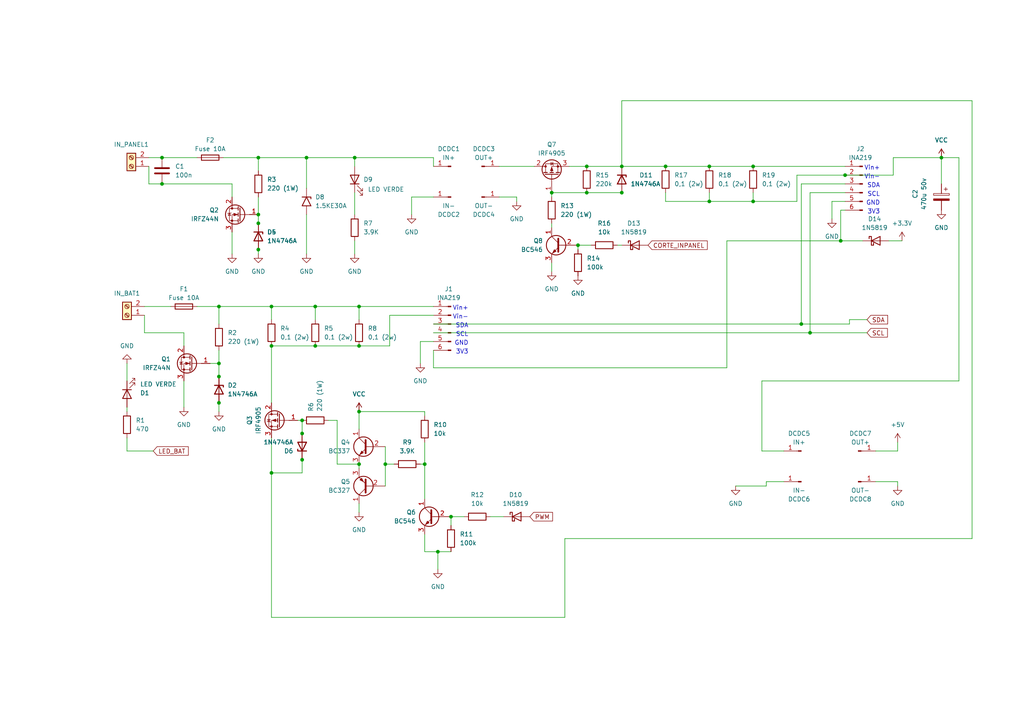
<source format=kicad_sch>
(kicad_sch (version 20230121) (generator eeschema)
  (paper "A4")
  (lib_symbols
    (symbol "Connector:Conn_01x01_Pin" (pin_names (offset 1.016) hide)
      (property "Reference" "J" (at 0 2.54 0))
      (property "Value" "Conn_01x01_Pin" (at 0 -2.54 0))
      (symbol "Conn_01x01_Pin_1_1"
        (polyline (pts (xy 1.27 0) (xy 0.8636 0)) (stroke (width 0.1524)))
        (rectangle (start 0.8636 0.127) (end 0 -0.127) (stroke (width 0.1524)) (fill (type outline)))
        (pin passive line (at 5.08 0 180) (length 3.81) (name "Pin_1") (number "1"))
      )
    )
    (symbol "Connector:Conn_01x06_Pin" (pin_names (offset 1.016) hide)
      (property "Reference" "J" (at 0 7.62 0))
      (property "Value" "Conn_01x06_Pin" (at 0 -10.16 0))
      (symbol "Conn_01x06_Pin_1_1"
        (polyline (pts (xy 1.27 -7.62) (xy 0.8636 -7.62)) (stroke (width 0.1524)))
        (polyline (pts (xy 1.27 -5.08) (xy 0.8636 -5.08)) (stroke (width 0.1524)))
        (polyline (pts (xy 1.27 -2.54) (xy 0.8636 -2.54)) (stroke (width 0.1524)))
        (polyline (pts (xy 1.27 0) (xy 0.8636 0)) (stroke (width 0.1524)))
        (polyline (pts (xy 1.27 2.54) (xy 0.8636 2.54)) (stroke (width 0.1524)))
        (polyline (pts (xy 1.27 5.08) (xy 0.8636 5.08)) (stroke (width 0.1524)))
        (rectangle (start 0.8636 -7.493) (end 0 -7.747) (stroke (width 0.1524)) (fill (type outline)))
        (rectangle (start 0.8636 -4.953) (end 0 -5.207) (stroke (width 0.1524)) (fill (type outline)))
        (rectangle (start 0.8636 -2.413) (end 0 -2.667) (stroke (width 0.1524)) (fill (type outline)))
        (rectangle (start 0.8636 0.127) (end 0 -0.127) (stroke (width 0.1524)) (fill (type outline)))
        (rectangle (start 0.8636 2.667) (end 0 2.413) (stroke (width 0.1524)) (fill (type outline)))
        (rectangle (start 0.8636 5.207) (end 0 4.953) (stroke (width 0.1524)) (fill (type outline)))
        (pin passive line (at 5.08 5.08 180) (length 3.81) (name "Pin_1") (number "1"))
        (pin passive line (at 5.08 2.54 180) (length 3.81) (name "Pin_2") (number "2"))
        (pin passive line (at 5.08 0 180) (length 3.81) (name "Pin_3") (number "3"))
        (pin passive line (at 5.08 -2.54 180) (length 3.81) (name "Pin_4") (number "4"))
        (pin passive line (at 5.08 -5.08 180) (length 3.81) (name "Pin_5") (number "5"))
        (pin passive line (at 5.08 -7.62 180) (length 3.81) (name "Pin_6") (number "6"))
      )
    )
    (symbol "Connector:Screw_Terminal_01x02" (pin_names (offset 1.016) hide)
      (property "Reference" "J" (at 0 2.54 0))
      (property "Value" "Screw_Terminal_01x02" (at 0 -5.08 0))
      (symbol "Screw_Terminal_01x02_1_1"
        (rectangle (start -1.27 1.27) (end 1.27 -3.81) (stroke (width 0.254)) (fill (type background)))
        (circle (center 0 -2.54) (radius 0.635) (stroke (width 0.1524)))
        (polyline (pts (xy -0.5334 -2.2098) (xy 0.3302 -3.048)) (stroke (width 0.1524)))
        (polyline (pts (xy -0.5334 0.3302) (xy 0.3302 -0.508)) (stroke (width 0.1524)))
        (polyline (pts (xy -0.3556 -2.032) (xy 0.508 -2.8702)) (stroke (width 0.1524)))
        (polyline (pts (xy -0.3556 0.508) (xy 0.508 -0.3302)) (stroke (width 0.1524)))
        (circle (center 0 0) (radius 0.635) (stroke (width 0.1524)))
        (pin passive line (at -5.08 0 0) (length 3.81) (name "Pin_1") (number "1"))
        (pin passive line (at -5.08 -2.54 0) (length 3.81) (name "Pin_2") (number "2"))
      )
    )
    (symbol "Device:C" (pin_numbers hide) (pin_names (offset 0.254))
      (property "Reference" "C" (at 0.635 2.54 0))
      (property "Value" "C" (at 0.635 -2.54 0))
      (symbol "C_0_1"
        (polyline (pts (xy -2.032 -0.762) (xy 2.032 -0.762)) (stroke (width 0.508)))
        (polyline (pts (xy -2.032 0.762) (xy 2.032 0.762)) (stroke (width 0.508)))
      )
      (symbol "C_1_1"
        (pin passive line (at 0 3.81 270) (length 2.794) (name "~") (number "1"))
        (pin passive line (at 0 -3.81 90) (length 2.794) (name "~") (number "2"))
      )
    )
    (symbol "Device:C_Polarized" (pin_numbers hide) (pin_names (offset 0.254))
      (property "Reference" "C" (at 0.635 2.54 0))
      (property "Value" "C_Polarized" (at 0.635 -2.54 0))
      (symbol "C_Polarized_0_1"
        (rectangle (start -2.286 0.508) (end 2.286 1.016))
        (polyline (pts (xy -1.778 2.286) (xy -0.762 2.286)))
        (polyline (pts (xy -1.27 2.794) (xy -1.27 1.778)))
        (rectangle (start 2.286 -0.508) (end -2.286 -1.016) (fill (type outline)))
      )
      (symbol "C_Polarized_1_1"
        (pin passive line (at 0 3.81 270) (length 2.794) (name "~") (number "1"))
        (pin passive line (at 0 -3.81 90) (length 2.794) (name "~") (number "2"))
      )
    )
    (symbol "Device:Fuse" (pin_numbers hide) (pin_names (offset 0))
      (property "Reference" "F" (at 2.032 0 90))
      (property "Value" "Fuse" (at -1.905 0 90))
      (symbol "Fuse_0_1"
        (rectangle (start -0.762 -2.54) (end 0.762 2.54) (stroke (width 0.254)))
        (polyline (pts (xy 0 2.54) (xy 0 -2.54)))
      )
      (symbol "Fuse_1_1"
        (pin passive line (at 0 3.81 270) (length 1.27) (name "~") (number "1"))
        (pin passive line (at 0 -3.81 90) (length 1.27) (name "~") (number "2"))
      )
    )
    (symbol "Device:LED" (pin_numbers hide) (pin_names (offset 1.016) hide)
      (property "Reference" "D" (at 0 2.54 0))
      (property "Value" "LED" (at 0 -2.54 0))
      (symbol "LED_0_1"
        (polyline (pts (xy -1.27 -1.27) (xy -1.27 1.27)) (stroke (width 0.254)))
        (polyline (pts (xy -1.27 0) (xy 1.27 0)))
        (polyline (pts (xy 1.27 -1.27) (xy 1.27 1.27) (xy -1.27 0) (xy 1.27 -1.27)) (stroke (width 0.254)))
        (polyline (pts (xy -3.048 -0.762) (xy -4.572 -2.286) (xy -3.81 -2.286) (xy -4.572 -2.286) (xy -4.572 -1.524)))
        (polyline (pts (xy -1.778 -0.762) (xy -3.302 -2.286) (xy -2.54 -2.286) (xy -3.302 -2.286) (xy -3.302 -1.524)))
      )
      (symbol "LED_1_1"
        (pin passive line (at -3.81 0 0) (length 2.54) (name "K") (number "1"))
        (pin passive line (at 3.81 0 180) (length 2.54) (name "A") (number "2"))
      )
    )
    (symbol "Device:R" (pin_numbers hide) (pin_names (offset 0))
      (property "Reference" "R" (at 2.032 0 90))
      (property "Value" "R" (at 0 0 90))
      (symbol "R_0_1"
        (rectangle (start -1.016 -2.54) (end 1.016 2.54) (stroke (width 0.254)))
      )
      (symbol "R_1_1"
        (pin passive line (at 0 3.81 270) (length 1.27) (name "~") (number "1"))
        (pin passive line (at 0 -3.81 90) (length 1.27) (name "~") (number "2"))
      )
    )
    (symbol "Diode:1.5KExxA" (pin_numbers hide) (pin_names (offset 1.016) hide)
      (property "Reference" "D" (at 0 2.54 0))
      (property "Value" "1.5KExxA" (at 0 -2.54 0))
      (symbol "1.5KExxA_0_1"
        (polyline (pts (xy -0.762 1.27) (xy -1.27 1.27) (xy -1.27 -1.27)) (stroke (width 0.254)))
        (polyline (pts (xy 1.27 1.27) (xy 1.27 -1.27) (xy -1.27 0) (xy 1.27 1.27)) (stroke (width 0.254)))
      )
      (symbol "1.5KExxA_1_1"
        (pin passive line (at -3.81 0 0) (length 2.54) (name "A1") (number "1"))
        (pin passive line (at 3.81 0 180) (length 2.54) (name "A2") (number "2"))
      )
    )
    (symbol "Diode:1N47xxA" (pin_numbers hide) (pin_names hide)
      (property "Reference" "D" (at 0 2.54 0))
      (property "Value" "1N47xxA" (at 0 -2.54 0))
      (symbol "1N47xxA_0_1"
        (polyline (pts (xy 1.27 0) (xy -1.27 0)))
        (polyline (pts (xy -1.27 -1.27) (xy -1.27 1.27) (xy -0.762 1.27)) (stroke (width 0.254)))
        (polyline (pts (xy 1.27 -1.27) (xy 1.27 1.27) (xy -1.27 0) (xy 1.27 -1.27)) (stroke (width 0.254)))
      )
      (symbol "1N47xxA_1_1"
        (pin passive line (at -3.81 0 0) (length 2.54) (name "K") (number "1"))
        (pin passive line (at 3.81 0 180) (length 2.54) (name "A") (number "2"))
      )
    )
    (symbol "Diode:1N5819" (pin_numbers hide) (pin_names (offset 1.016) hide)
      (property "Reference" "D" (at 0 2.54 0))
      (property "Value" "1N5819" (at 0 -2.54 0))
      (symbol "1N5819_0_1"
        (polyline (pts (xy 1.27 0) (xy -1.27 0)))
        (polyline (pts (xy 1.27 1.27) (xy 1.27 -1.27) (xy -1.27 0) (xy 1.27 1.27)) (stroke (width 0.254)))
        (polyline (pts (xy -1.905 0.635) (xy -1.905 1.27) (xy -1.27 1.27) (xy -1.27 -1.27) (xy -0.635 -1.27) (xy -0.635 -0.635)) (stroke (width 0.254)))
      )
      (symbol "1N5819_1_1"
        (pin passive line (at -3.81 0 0) (length 2.54) (name "K") (number "1"))
        (pin passive line (at 3.81 0 180) (length 2.54) (name "A") (number "2"))
      )
    )
    (symbol "Transistor_BJT:BC327" (pin_names (offset 0) hide)
      (property "Reference" "Q" (at 5.08 1.905 0))
      (property "Value" "BC327" (at 5.08 0 0))
      (symbol "BC327_0_1"
        (polyline (pts (xy 0.635 0.635) (xy 2.54 2.54)))
        (polyline (pts (xy 0.635 -0.635) (xy 2.54 -2.54) (xy 2.54 -2.54)))
        (polyline (pts (xy 0.635 1.905) (xy 0.635 -1.905) (xy 0.635 -1.905)) (stroke (width 0.508)))
        (polyline (pts (xy 2.286 -1.778) (xy 1.778 -2.286) (xy 1.27 -1.27) (xy 2.286 -1.778) (xy 2.286 -1.778)) (fill (type outline)))
        (circle (center 1.27 0) (radius 2.8194) (stroke (width 0.254)))
      )
      (symbol "BC327_1_1"
        (pin passive line (at 2.54 5.08 270) (length 2.54) (name "C") (number "1"))
        (pin input line (at -5.08 0 0) (length 5.715) (name "B") (number "2"))
        (pin passive line (at 2.54 -5.08 90) (length 2.54) (name "E") (number "3"))
      )
    )
    (symbol "Transistor_BJT:BC337" (pin_names (offset 0) hide)
      (property "Reference" "Q" (at 5.08 1.905 0))
      (property "Value" "BC337" (at 5.08 0 0))
      (symbol "BC337_0_1"
        (polyline (pts (xy 0 0) (xy 0.635 0)))
        (polyline (pts (xy 0.635 0.635) (xy 2.54 2.54)))
        (polyline (pts (xy 0.635 -0.635) (xy 2.54 -2.54) (xy 2.54 -2.54)))
        (polyline (pts (xy 0.635 1.905) (xy 0.635 -1.905) (xy 0.635 -1.905)) (stroke (width 0.508)))
        (polyline (pts (xy 1.27 -1.778) (xy 1.778 -1.27) (xy 2.286 -2.286) (xy 1.27 -1.778) (xy 1.27 -1.778)) (fill (type outline)))
        (circle (center 1.27 0) (radius 2.8194) (stroke (width 0.254)))
      )
      (symbol "BC337_1_1"
        (pin passive line (at 2.54 5.08 270) (length 2.54) (name "C") (number "1"))
        (pin input line (at -5.08 0 0) (length 5.08) (name "B") (number "2"))
        (pin passive line (at 2.54 -5.08 90) (length 2.54) (name "E") (number "3"))
      )
    )
    (symbol "Transistor_BJT:BC546" (pin_names (offset 0) hide)
      (property "Reference" "Q" (at 5.08 1.905 0))
      (property "Value" "BC546" (at 5.08 0 0))
      (symbol "BC546_0_1"
        (polyline (pts (xy 0 0) (xy 0.635 0)))
        (polyline (pts (xy 0.635 0.635) (xy 2.54 2.54)))
        (polyline (pts (xy 0.635 -0.635) (xy 2.54 -2.54) (xy 2.54 -2.54)))
        (polyline (pts (xy 0.635 1.905) (xy 0.635 -1.905) (xy 0.635 -1.905)) (stroke (width 0.508)))
        (polyline (pts (xy 1.27 -1.778) (xy 1.778 -1.27) (xy 2.286 -2.286) (xy 1.27 -1.778) (xy 1.27 -1.778)) (fill (type outline)))
        (circle (center 1.27 0) (radius 2.8194) (stroke (width 0.254)))
      )
      (symbol "BC546_1_1"
        (pin passive line (at 2.54 5.08 270) (length 2.54) (name "C") (number "1"))
        (pin input line (at -5.08 0 0) (length 5.08) (name "B") (number "2"))
        (pin passive line (at 2.54 -5.08 90) (length 2.54) (name "E") (number "3"))
      )
    )
    (symbol "Transistor_FET:IRF4905" (pin_names hide)
      (property "Reference" "Q" (at 5.08 1.905 0))
      (property "Value" "IRF4905" (at 5.08 0 0))
      (symbol "IRF4905_0_1"
        (polyline (pts (xy 0.254 0) (xy -2.54 0)))
        (polyline (pts (xy 0.254 1.905) (xy 0.254 -1.905)) (stroke (width 0.254)))
        (polyline (pts (xy 0.762 -1.27) (xy 0.762 -2.286)) (stroke (width 0.254)))
        (polyline (pts (xy 0.762 0.508) (xy 0.762 -0.508)) (stroke (width 0.254)))
        (polyline (pts (xy 0.762 2.286) (xy 0.762 1.27)) (stroke (width 0.254)))
        (polyline (pts (xy 2.54 2.54) (xy 2.54 1.778)))
        (polyline (pts (xy 2.54 -2.54) (xy 2.54 0) (xy 0.762 0)))
        (polyline (pts (xy 0.762 1.778) (xy 3.302 1.778) (xy 3.302 -1.778) (xy 0.762 -1.778)))
        (polyline (pts (xy 2.286 0) (xy 1.27 0.381) (xy 1.27 -0.381) (xy 2.286 0)) (fill (type outline)))
        (polyline (pts (xy 2.794 -0.508) (xy 2.921 -0.381) (xy 3.683 -0.381) (xy 3.81 -0.254)))
        (polyline (pts (xy 3.302 -0.381) (xy 2.921 0.254) (xy 3.683 0.254) (xy 3.302 -0.381)))
        (circle (center 1.651 0) (radius 2.794) (stroke (width 0.254)))
        (circle (center 2.54 -1.778) (radius 0.254) (fill (type outline)))
        (circle (center 2.54 1.778) (radius 0.254) (fill (type outline)))
      )
      (symbol "IRF4905_1_1"
        (pin input line (at -5.08 0 0) (length 2.54) (name "G") (number "1"))
        (pin passive line (at 2.54 5.08 270) (length 2.54) (name "D") (number "2"))
        (pin passive line (at 2.54 -5.08 90) (length 2.54) (name "S") (number "3"))
      )
    )
    (symbol "Transistor_FET:IRLIZ44N" (pin_names hide)
      (property "Reference" "Q" (at 6.35 1.905 0))
      (property "Value" "IRLIZ44N" (at 6.35 0 0))
      (symbol "IRLIZ44N_0_1"
        (polyline (pts (xy 0.254 0) (xy -2.54 0)))
        (polyline (pts (xy 0.254 1.905) (xy 0.254 -1.905)) (stroke (width 0.254)))
        (polyline (pts (xy 0.762 -1.27) (xy 0.762 -2.286)) (stroke (width 0.254)))
        (polyline (pts (xy 0.762 0.508) (xy 0.762 -0.508)) (stroke (width 0.254)))
        (polyline (pts (xy 0.762 2.286) (xy 0.762 1.27)) (stroke (width 0.254)))
        (polyline (pts (xy 2.54 2.54) (xy 2.54 1.778)))
        (polyline (pts (xy 2.54 -2.54) (xy 2.54 0) (xy 0.762 0)))
        (polyline (pts (xy 0.762 -1.778) (xy 3.302 -1.778) (xy 3.302 1.778) (xy 0.762 1.778)))
        (polyline (pts (xy 1.016 0) (xy 2.032 0.381) (xy 2.032 -0.381) (xy 1.016 0)) (fill (type outline)))
        (polyline (pts (xy 2.794 0.508) (xy 2.921 0.381) (xy 3.683 0.381) (xy 3.81 0.254)))
        (polyline (pts (xy 3.302 0.381) (xy 2.921 -0.254) (xy 3.683 -0.254) (xy 3.302 0.381)))
        (circle (center 1.651 0) (radius 2.794) (stroke (width 0.254)))
        (circle (center 2.54 -1.778) (radius 0.254) (fill (type outline)))
        (circle (center 2.54 1.778) (radius 0.254) (fill (type outline)))
      )
      (symbol "IRLIZ44N_1_1"
        (pin input line (at -5.08 0 0) (length 2.54) (name "G") (number "1"))
        (pin passive line (at 2.54 5.08 270) (length 2.54) (name "D") (number "2"))
        (pin passive line (at 2.54 -5.08 90) (length 2.54) (name "S") (number "3"))
      )
    )
    (symbol "power:+3.3V" (power) (pin_names (offset 0))
      (property "Value" "+3.3V" (at 0 3.556 0))
      (symbol "+3.3V_0_1"
        (polyline (pts (xy -0.762 1.27) (xy 0 2.54)))
        (polyline (pts (xy 0 0) (xy 0 2.54)))
        (polyline (pts (xy 0 2.54) (xy 0.762 1.27)))
      )
      (symbol "+3.3V_1_1"
        (pin power_in line (at 0 0 90) (length 0) hide (name "+3.3V") (number "1"))
      )
    )
    (symbol "power:+5V" (power) (pin_names (offset 0))
      (property "Value" "+5V" (at 0 3.556 0))
      (symbol "+5V_0_1"
        (polyline (pts (xy -0.762 1.27) (xy 0 2.54)))
        (polyline (pts (xy 0 0) (xy 0 2.54)))
        (polyline (pts (xy 0 2.54) (xy 0.762 1.27)))
      )
      (symbol "+5V_1_1"
        (pin power_in line (at 0 0 90) (length 0) hide (name "+5V") (number "1"))
      )
    )
    (symbol "power:GND" (power) (pin_names (offset 0))
      (property "Value" "GND" (at 0 -3.81 0))
      (symbol "GND_0_1"
        (polyline (pts (xy 0 0) (xy 0 -1.27) (xy 1.27 -1.27) (xy 0 -2.54) (xy -1.27 -1.27) (xy 0 -1.27)))
      )
      (symbol "GND_1_1"
        (pin power_in line (at 0 0 270) (length 0) hide (name "GND") (number "1"))
      )
    )
    (symbol "power:VCC" (power) (pin_names (offset 0))
      (property "Value" "VCC" (at 0 3.81 0))
      (symbol "VCC_0_1"
        (polyline (pts (xy -0.762 1.27) (xy 0 2.54)))
        (polyline (pts (xy 0 0) (xy 0 2.54)))
        (polyline (pts (xy 0 2.54) (xy 0.762 1.27)))
      )
      (symbol "VCC_1_1"
        (pin power_in line (at 0 0 90) (length 0) hide (name "VCC") (number "1"))
      )
    )
  )
  (junction (at 104.14 119.38))
  (junction (at 87.63 121.92))
  (junction (at 74.93 64.77))
  (junction (at 160.02 55.88))
  (junction (at 180.34 55.88))
  (junction (at 234.95 96.52))
  (junction (at 245.11 50.8))
  (junction (at 205.74 58.42))
  (junction (at 205.74 48.26))
  (junction (at 63.5 109.22))
  (junction (at 130.81 149.86))
  (junction (at 87.63 125.73))
  (junction (at 91.44 88.9))
  (junction (at 63.5 88.9))
  (junction (at 87.63 133.35))
  (junction (at 74.93 45.72))
  (junction (at 78.74 88.9))
  (junction (at 243.84 69.85))
  (junction (at 104.14 88.9))
  (junction (at 170.18 55.88))
  (junction (at 63.5 116.84))
  (junction (at 170.18 48.26))
  (junction (at 102.87 45.72))
  (junction (at 74.93 62.23))
  (junction (at 232.41 93.98))
  (junction (at 74.93 72.39))
  (junction (at 88.9 45.72))
  (junction (at 104.14 134.62))
  (junction (at 91.44 100.33))
  (junction (at 218.44 58.42))
  (junction (at 111.76 134.62))
  (junction (at 127 160.02))
  (junction (at 273.05 45.72))
  (junction (at 104.14 100.33))
  (junction (at 218.44 48.26))
  (junction (at 123.19 134.62))
  (junction (at 193.04 48.26))
  (junction (at 46.99 45.72))
  (junction (at 167.64 71.12))
  (junction (at 46.99 53.34))
  (junction (at 78.74 100.33))
  (junction (at 180.34 48.26))
  (junction (at 63.5 105.41))
  (junction (at 78.74 137.16))
  (wire (pts (xy 170.18 48.26) (xy 180.34 48.26)))
  (wire (pts (xy 97.79 134.62) (xy 104.14 134.62)))
  (wire (pts (xy 41.91 96.52) (xy 53.34 96.52)))
  (wire (pts (xy 87.63 125.73) (xy 87.63 121.92)))
  (wire (pts (xy 254 130.81) (xy 260.35 130.81)))
  (wire (pts (xy 78.74 137.16) (xy 78.74 179.07)))
  (wire (pts (xy 245.11 60.96) (xy 243.84 60.96)))
  (wire (pts (xy 60.96 105.41) (xy 63.5 105.41)))
  (wire (pts (xy 67.31 53.34) (xy 67.31 57.15)))
  (wire (pts (xy 113.03 91.44) (xy 113.03 100.33)))
  (wire (pts (xy 163.83 156.21) (xy 163.83 179.07)))
  (wire (pts (xy 210.82 69.85) (xy 243.84 69.85)))
  (wire (pts (xy 218.44 48.26) (xy 245.11 48.26)))
  (wire (pts (xy 104.14 119.38) (xy 104.14 124.46)))
  (wire (pts (xy 125.73 96.52) (xy 234.95 96.52)))
  (wire (pts (xy 102.87 45.72) (xy 102.87 48.26)))
  (wire (pts (xy 231.14 50.8) (xy 231.14 58.42)))
  (wire (pts (xy 227.33 139.7) (xy 222.25 139.7)))
  (wire (pts (xy 125.73 106.68) (xy 210.82 106.68)))
  (wire (pts (xy 273.05 45.72) (xy 273.05 53.34)))
  (wire (pts (xy 78.74 137.16) (xy 87.63 137.16)))
  (wire (pts (xy 36.83 110.49) (xy 36.83 105.41)))
  (wire (pts (xy 180.34 29.21) (xy 281.94 29.21)))
  (wire (pts (xy 144.78 48.26) (xy 154.94 48.26)))
  (wire (pts (xy 88.9 45.72) (xy 102.87 45.72)))
  (wire (pts (xy 130.81 149.86) (xy 134.62 149.86)))
  (wire (pts (xy 41.91 91.44) (xy 41.91 96.52)))
  (wire (pts (xy 104.14 100.33) (xy 113.03 100.33)))
  (wire (pts (xy 64.77 45.72) (xy 74.93 45.72)))
  (wire (pts (xy 281.94 29.21) (xy 281.94 156.21)))
  (wire (pts (xy 104.14 146.05) (xy 104.14 148.59)))
  (wire (pts (xy 91.44 100.33) (xy 104.14 100.33)))
  (wire (pts (xy 245.11 50.8) (xy 259.08 50.8)))
  (wire (pts (xy 91.44 88.9) (xy 104.14 88.9)))
  (wire (pts (xy 142.24 149.86) (xy 146.05 149.86)))
  (wire (pts (xy 163.83 156.21) (xy 281.94 156.21)))
  (wire (pts (xy 179.07 71.12) (xy 180.34 71.12)))
  (wire (pts (xy 74.93 62.23) (xy 74.93 64.77)))
  (wire (pts (xy 97.79 121.92) (xy 95.25 121.92)))
  (wire (pts (xy 43.18 48.26) (xy 43.18 53.34)))
  (wire (pts (xy 88.9 62.23) (xy 88.9 73.66)))
  (wire (pts (xy 127 160.02) (xy 127 165.1)))
  (wire (pts (xy 170.18 55.88) (xy 180.34 55.88)))
  (wire (pts (xy 123.19 160.02) (xy 127 160.02)))
  (wire (pts (xy 180.34 48.26) (xy 180.34 29.21)))
  (wire (pts (xy 78.74 100.33) (xy 91.44 100.33)))
  (wire (pts (xy 241.3 58.42) (xy 245.11 58.42)))
  (wire (pts (xy 102.87 45.72) (xy 125.73 45.72)))
  (wire (pts (xy 111.76 134.62) (xy 114.3 134.62)))
  (wire (pts (xy 144.78 57.15) (xy 149.86 57.15)))
  (wire (pts (xy 78.74 127) (xy 78.74 137.16)))
  (wire (pts (xy 125.73 45.72) (xy 125.73 48.26)))
  (wire (pts (xy 160.02 57.15) (xy 160.02 55.88)))
  (wire (pts (xy 278.13 110.49) (xy 220.98 110.49)))
  (wire (pts (xy 220.98 110.49) (xy 220.98 130.81)))
  (wire (pts (xy 102.87 55.88) (xy 102.87 62.23)))
  (wire (pts (xy 149.86 57.15) (xy 149.86 58.42)))
  (wire (pts (xy 123.19 134.62) (xy 121.92 134.62)))
  (wire (pts (xy 234.95 55.88) (xy 234.95 96.52)))
  (wire (pts (xy 63.5 105.41) (xy 63.5 109.22)))
  (wire (pts (xy 232.41 53.34) (xy 232.41 93.98)))
  (wire (pts (xy 125.73 93.98) (xy 232.41 93.98)))
  (wire (pts (xy 36.83 127) (xy 36.83 130.81)))
  (wire (pts (xy 57.15 88.9) (xy 63.5 88.9)))
  (wire (pts (xy 119.38 57.15) (xy 119.38 62.23)))
  (wire (pts (xy 232.41 93.98) (xy 246.38 93.98)))
  (wire (pts (xy 74.93 57.15) (xy 74.93 62.23)))
  (wire (pts (xy 160.02 64.77) (xy 160.02 66.04)))
  (wire (pts (xy 111.76 134.62) (xy 111.76 140.97)))
  (wire (pts (xy 43.18 53.34) (xy 46.99 53.34)))
  (wire (pts (xy 88.9 54.61) (xy 88.9 45.72)))
  (wire (pts (xy 53.34 110.49) (xy 53.34 118.11)))
  (wire (pts (xy 246.38 92.71) (xy 246.38 93.98)))
  (wire (pts (xy 222.25 140.97) (xy 213.36 140.97)))
  (wire (pts (xy 121.92 99.06) (xy 121.92 105.41)))
  (wire (pts (xy 278.13 45.72) (xy 278.13 110.49)))
  (wire (pts (xy 160.02 55.88) (xy 170.18 55.88)))
  (wire (pts (xy 119.38 57.15) (xy 125.73 57.15)))
  (wire (pts (xy 78.74 88.9) (xy 91.44 88.9)))
  (wire (pts (xy 97.79 134.62) (xy 97.79 121.92)))
  (wire (pts (xy 218.44 58.42) (xy 231.14 58.42)))
  (wire (pts (xy 74.93 45.72) (xy 74.93 49.53)))
  (wire (pts (xy 180.34 48.26) (xy 193.04 48.26)))
  (wire (pts (xy 123.19 134.62) (xy 123.19 144.78)))
  (wire (pts (xy 123.19 119.38) (xy 123.19 120.65)))
  (wire (pts (xy 46.99 53.34) (xy 67.31 53.34)))
  (wire (pts (xy 74.93 72.39) (xy 74.93 73.66)))
  (wire (pts (xy 273.05 45.72) (xy 259.08 45.72)))
  (wire (pts (xy 125.73 106.68) (xy 125.73 101.6)))
  (wire (pts (xy 193.04 48.26) (xy 205.74 48.26)))
  (wire (pts (xy 43.18 45.72) (xy 46.99 45.72)))
  (wire (pts (xy 254 139.7) (xy 260.35 139.7)))
  (wire (pts (xy 104.14 134.62) (xy 104.14 135.89)))
  (wire (pts (xy 218.44 55.88) (xy 218.44 58.42)))
  (wire (pts (xy 241.3 58.42) (xy 241.3 63.5)))
  (wire (pts (xy 243.84 60.96) (xy 243.84 69.85)))
  (wire (pts (xy 104.14 119.38) (xy 123.19 119.38)))
  (wire (pts (xy 78.74 116.84) (xy 78.74 100.33)))
  (wire (pts (xy 74.93 45.72) (xy 88.9 45.72)))
  (wire (pts (xy 67.31 67.31) (xy 67.31 73.66)))
  (wire (pts (xy 205.74 58.42) (xy 218.44 58.42)))
  (wire (pts (xy 210.82 106.68) (xy 210.82 69.85)))
  (wire (pts (xy 205.74 55.88) (xy 205.74 58.42)))
  (wire (pts (xy 246.38 92.71) (xy 251.46 92.71)))
  (wire (pts (xy 243.84 69.85) (xy 250.19 69.85)))
  (wire (pts (xy 167.64 71.12) (xy 171.45 71.12)))
  (wire (pts (xy 63.5 119.38) (xy 63.5 116.84)))
  (wire (pts (xy 167.64 71.12) (xy 167.64 72.39)))
  (wire (pts (xy 104.14 88.9) (xy 104.14 92.71)))
  (wire (pts (xy 260.35 140.97) (xy 260.35 139.7)))
  (wire (pts (xy 102.87 73.66) (xy 102.87 69.85)))
  (wire (pts (xy 165.1 48.26) (xy 170.18 48.26)))
  (wire (pts (xy 222.25 139.7) (xy 222.25 140.97)))
  (wire (pts (xy 245.11 53.34) (xy 232.41 53.34)))
  (wire (pts (xy 36.83 119.38) (xy 36.83 118.11)))
  (wire (pts (xy 123.19 128.27) (xy 123.19 134.62)))
  (wire (pts (xy 245.11 55.88) (xy 234.95 55.88)))
  (wire (pts (xy 125.73 91.44) (xy 113.03 91.44)))
  (wire (pts (xy 63.5 88.9) (xy 63.5 93.98)))
  (wire (pts (xy 125.73 99.06) (xy 121.92 99.06)))
  (wire (pts (xy 231.14 50.8) (xy 245.11 50.8)))
  (wire (pts (xy 160.02 78.74) (xy 160.02 76.2)))
  (wire (pts (xy 163.83 179.07) (xy 78.74 179.07)))
  (wire (pts (xy 63.5 101.6) (xy 63.5 105.41)))
  (wire (pts (xy 53.34 96.52) (xy 53.34 100.33)))
  (wire (pts (xy 193.04 58.42) (xy 205.74 58.42)))
  (wire (pts (xy 259.08 45.72) (xy 259.08 50.8)))
  (wire (pts (xy 260.35 130.81) (xy 260.35 128.27)))
  (wire (pts (xy 220.98 130.81) (xy 227.33 130.81)))
  (wire (pts (xy 111.76 129.54) (xy 111.76 134.62)))
  (wire (pts (xy 257.81 69.85) (xy 261.62 69.85)))
  (wire (pts (xy 234.95 96.52) (xy 251.46 96.52)))
  (wire (pts (xy 87.63 133.35) (xy 87.63 137.16)))
  (wire (pts (xy 86.36 121.92) (xy 87.63 121.92)))
  (wire (pts (xy 273.05 45.72) (xy 278.13 45.72)))
  (wire (pts (xy 127 160.02) (xy 130.81 160.02)))
  (wire (pts (xy 36.83 130.81) (xy 44.45 130.81)))
  (wire (pts (xy 78.74 88.9) (xy 78.74 92.71)))
  (wire (pts (xy 46.99 45.72) (xy 57.15 45.72)))
  (wire (pts (xy 205.74 48.26) (xy 218.44 48.26)))
  (wire (pts (xy 41.91 88.9) (xy 49.53 88.9)))
  (wire (pts (xy 193.04 55.88) (xy 193.04 58.42)))
  (wire (pts (xy 130.81 149.86) (xy 130.81 152.4)))
  (wire (pts (xy 63.5 88.9) (xy 78.74 88.9)))
  (wire (pts (xy 104.14 88.9) (xy 125.73 88.9)))
  (wire (pts (xy 91.44 88.9) (xy 91.44 92.71)))
  (wire (pts (xy 123.19 160.02) (xy 123.19 154.94)))
  (text "SDA" (at 255.27 54.61 0) (effects (font (size 1.27 1.27)) (justify right bottom)))
  (text "3V3" (at 255.27 62.23 0) (effects (font (size 1.27 1.27)) (justify right bottom)))
  (text "SDA" (at 135.89 95.25 0) (effects (font (size 1.27 1.27)) (justify right bottom)))
  (text "GND" (at 135.89 100.33 0) (effects (font (size 1.27 1.27)) (justify right bottom)))
  (text "Vin-" (at 135.89 92.71 0) (effects (font (size 1.27 1.27)) (justify right bottom)))
  (text "Vin+" (at 135.89 90.17 0) (effects (font (size 1.27 1.27)) (justify right bottom)))
  (text "GND" (at 255.27 59.69 0) (effects (font (size 1.27 1.27)) (justify right bottom)))
  (text "SCL" (at 255.27 57.15 0) (effects (font (size 1.27 1.27)) (justify right bottom)))
  (text "SCL" (at 135.89 97.79 0) (effects (font (size 1.27 1.27)) (justify right bottom)))
  (text "Vin+" (at 255.27 49.53 0) (effects (font (size 1.27 1.27)) (justify right bottom)))
  (text "3V3" (at 135.89 102.87 0) (effects (font (size 1.27 1.27)) (justify right bottom)))
  (text "Vin-" (at 255.27 52.07 0) (effects (font (size 1.27 1.27)) (justify right bottom)))
  (global_label "SCL" (shape input) (at 251.46 96.52 0) (property "Intersheetrefs" "${INTERSHEET_REFS}" (effects hide)))
  (global_label "SDA" (shape input) (at 251.46 92.71 0) (property "Intersheetrefs" "${INTERSHEET_REFS}" (effects hide)))
  (global_label "LED_BAT" (shape input) (at 44.45 130.81 0) (property "Intersheetrefs" "${INTERSHEET_REFS}" (effects hide)))
  (global_label "PWM" (shape input) (at 153.67 149.86 0) (property "Intersheetrefs" "${INTERSHEET_REFS}" (effects hide)))
  (global_label "CORTE_INPANEL" (shape input) (at 187.96 71.12 0) (property "Intersheetrefs" "${INTERSHEET_REFS}" (effects hide)))
  (symbol (lib_id "Transistor_BJT:BC337") (at 106.68 129.54 0) (mirror y) (unit 1)
    (property "Reference" "Q4" (at 101.6 128.27 0) (effects (justify left)))
    (property "Value" "BC337" (at 101.6 130.81 0) (effects (justify left)))
    (property "Footprint" "Package_TO_SOT_THT:TO-92_Inline" (effects hide))
    (property "Datasheet" "https://diotec.com/tl_files/diotec/files/pdf/datasheets/bc337.pdf" (effects hide))
  )
  (symbol (lib_id "Device:LED") (at 102.87 52.07 90) (unit 1)
    (property "Reference" "D9" (at 105.41 52.07 90) (effects (justify right)))
    (property "Value" "LED VERDE" (at 106.68 54.9275 90) (effects (justify right)))
    (property "Footprint" "LED_THT:LED_D3.0mm_IRBlack" (effects hide))
  )
  (symbol (lib_id "Device:R") (at 218.44 52.07 0) (unit 1)
    (property "Reference" "R19" (at 220.98 50.8 0) (effects (justify left)))
    (property "Value" "0,1 (2w)" (at 220.98 53.34 0) (effects (justify left)))
    (property "Footprint" "Resistor_THT:R_Axial_DIN0207_L6.3mm_D2.5mm_P2.54mm_Vertical" (effects hide))
  )
  (symbol (lib_id "power:GND") (at 102.87 73.66 0) (unit 1)
    (property "Reference" "#PWR09" (effects hide))
    (property "Value" "GND" (at 102.87 78.74 0))
  )
  (symbol (lib_id "Transistor_BJT:BC546") (at 162.56 71.12 0) (mirror y) (unit 1)
    (property "Reference" "Q8" (at 157.48 69.85 0) (effects (justify left)))
    (property "Value" "BC546" (at 157.48 72.39 0) (effects (justify left)))
    (property "Footprint" "Package_TO_SOT_THT:TO-92_Inline" (effects hide))
    (property "Datasheet" "https://www.onsemi.com/pub/Collateral/BC550-D.pdf" (effects hide))
  )
  (symbol (lib_id "power:VCC") (at 273.05 45.72 0) (unit 1)
    (property "Reference" "#PWR021" (effects hide))
    (property "Value" "VCC" (at 273.05 40.64 0))
  )
  (symbol (lib_id "Diode:1N47xxA") (at 63.5 113.03 270) (unit 1)
    (property "Reference" "D2" (at 66.04 111.76 90) (effects (justify left)))
    (property "Value" "1N4746A" (at 66.04 114.3 90) (effects (justify left)))
    (property "Footprint" "Diode_THT:D_DO-41_SOD81_P10.16mm_Horizontal" (effects hide))
    (property "Datasheet" "https://www.vishay.com/docs/85816/1n4728a.pdf" (effects hide))
  )
  (symbol (lib_id "Device:Fuse") (at 60.96 45.72 90) (unit 1)
    (property "Reference" "F2" (at 60.96 40.64 90))
    (property "Value" "Fuse 10A" (at 60.96 43.18 90))
    (property "Footprint" "Fuse:Fuseholder_Clip-5x20mm_Bel_FC-203-22_Lateral_P17.80x5.00mm_D1.17mm_Horizontal" (effects hide))
  )
  (symbol (lib_id "Diode:1N47xxA") (at 74.93 68.58 270) (unit 1)
    (property "Reference" "D4" (at 77.47 67.31 90) (effects (justify left)))
    (property "Value" "1N4746A" (at 77.47 69.85 90) (effects (justify left)))
    (property "Footprint" "Diode_THT:D_DO-41_SOD81_P10.16mm_Horizontal" (effects hide))
    (property "Datasheet" "https://www.vishay.com/docs/85816/1n4728a.pdf" (effects hide))
  )
  (symbol (lib_id "Device:R") (at 102.87 66.04 180) (unit 1)
    (property "Reference" "R7" (at 105.41 64.77 0) (effects (justify right)))
    (property "Value" "3.9K" (at 105.41 67.31 0) (effects (justify right)))
    (property "Footprint" "Resistor_THT:R_Axial_DIN0207_L6.3mm_D2.5mm_P2.54mm_Vertical" (effects hide))
  )
  (symbol (lib_id "Connector:Conn_01x01_Pin") (at 139.7 48.26 0) (unit 1)
    (property "Reference" "DCDC3" (at 140.335 43.18 0))
    (property "Value" "OUT+" (at 140.335 45.72 0))
    (property "Footprint" "Connector_PinHeader_2.54mm:PinHeader_1x01_P2.54mm_Vertical" (effects hide))
  )
  (symbol (lib_id "Device:R") (at 74.93 53.34 180) (unit 1)
    (property "Reference" "R3" (at 77.47 52.07 0) (effects (justify right)))
    (property "Value" "220 (1W)" (at 77.47 54.61 0) (effects (justify right)))
    (property "Footprint" "Resistor_THT:R_Axial_DIN0207_L6.3mm_D2.5mm_P2.54mm_Vertical" (effects hide))
  )
  (symbol (lib_id "power:+3.3V") (at 261.62 69.85 0) (mirror y) (unit 1)
    (property "Reference" "#PWR020" (effects hide))
    (property "Value" "+3.3V" (at 261.62 64.77 0))
  )
  (symbol (lib_id "Connector:Conn_01x06_Pin") (at 130.81 93.98 0) (mirror y) (unit 1)
    (property "Reference" "J1" (at 130.175 83.82 0))
    (property "Value" "INA219" (at 130.175 86.36 0))
    (property "Footprint" "Connector_PinSocket_2.54mm:PinSocket_1x06_P2.54mm_Vertical" (effects hide))
  )
  (symbol (lib_id "Connector:Screw_Terminal_01x02") (at 36.83 91.44 180) (unit 1)
    (property "Reference" "IN_BAT1" (at 36.83 85.09 0))
    (property "Value" "Screw_Terminal_01x02" (effects hide))
    (property "Footprint" "TerminalBlock:TerminalBlock_bornier-2_P5.08mm" (effects hide))
  )
  (symbol (lib_id "power:+5V") (at 260.35 128.27 0) (unit 1)
    (property "Reference" "#PWR025" (effects hide))
    (property "Value" "+5V" (at 260.35 123.19 0))
  )
  (symbol (lib_id "Device:R") (at 193.04 52.07 0) (unit 1)
    (property "Reference" "R17" (at 195.58 50.8 0) (effects (justify left)))
    (property "Value" "0,1 (2w)" (at 195.58 53.34 0) (effects (justify left)))
    (property "Footprint" "Resistor_THT:R_Axial_DIN0207_L6.3mm_D2.5mm_P2.54mm_Vertical" (effects hide))
  )
  (symbol (lib_id "Device:R") (at 205.74 52.07 0) (unit 1)
    (property "Reference" "R18" (at 208.28 50.8 0) (effects (justify left)))
    (property "Value" "0,1 (2w)" (at 208.28 53.34 0) (effects (justify left)))
    (property "Footprint" "Resistor_THT:R_Axial_DIN0207_L6.3mm_D2.5mm_P2.54mm_Vertical" (effects hide))
  )
  (symbol (lib_id "Device:R") (at 123.19 124.46 180) (unit 1)
    (property "Reference" "R10" (at 125.73 123.19 0) (effects (justify right)))
    (property "Value" "10k" (at 125.73 125.73 0) (effects (justify right)))
    (property "Footprint" "Resistor_THT:R_Axial_DIN0207_L6.3mm_D2.5mm_P2.54mm_Vertical" (effects hide))
  )
  (symbol (lib_id "Device:LED") (at 36.83 114.3 90) (mirror x) (unit 1)
    (property "Reference" "D1" (at 40.64 113.9825 90) (effects (justify right)))
    (property "Value" "LED VERDE" (at 40.64 111.4425 90) (effects (justify right)))
    (property "Footprint" "LED_THT:LED_D3.0mm_IRBlack" (effects hide))
  )
  (symbol (lib_id "Device:R") (at 175.26 71.12 270) (unit 1)
    (property "Reference" "R16" (at 175.26 64.77 90))
    (property "Value" "10k" (at 175.26 67.31 90))
    (property "Footprint" "Resistor_THT:R_Axial_DIN0207_L6.3mm_D2.5mm_P2.54mm_Vertical" (effects hide))
  )
  (symbol (lib_id "power:GND") (at 127 165.1 0) (unit 1)
    (property "Reference" "#PWR015" (effects hide))
    (property "Value" "GND" (at 127 170.18 0))
  )
  (symbol (lib_id "Device:C_Polarized") (at 273.05 57.15 0) (mirror y) (unit 1)
    (property "Reference" "C2" (at 265.43 56.261 90))
    (property "Value" "470u 50v" (at 267.97 56.261 90))
    (property "Footprint" "Capacitor_THT:C_Radial_D10.0mm_H20.0mm_P5.00mm" (effects hide))
  )
  (symbol (lib_id "Connector:Conn_01x01_Pin") (at 232.41 139.7 180) (unit 1)
    (property "Reference" "DCDC6" (at 231.775 144.78 0))
    (property "Value" "IN-" (at 231.775 142.24 0))
    (property "Footprint" "Connector_PinHeader_2.54mm:PinHeader_1x01_P2.54mm_Vertical" (effects hide))
  )
  (symbol (lib_id "Diode:1N5819") (at 184.15 71.12 0) (unit 1)
    (property "Reference" "D13" (at 183.8325 64.77 0))
    (property "Value" "1N5819" (at 183.8325 67.31 0))
    (property "Footprint" "Diode_THT:D_DO-41_SOD81_P10.16mm_Horizontal" (effects hide))
    (property "Datasheet" "http://www.vishay.com/docs/88525/1n5817.pdf" (effects hide))
  )
  (symbol (lib_id "power:GND") (at 213.36 140.97 0) (unit 1)
    (property "Reference" "#PWR024" (effects hide))
    (property "Value" "GND" (at 213.36 146.05 0))
  )
  (symbol (lib_id "power:GND") (at 88.9 73.66 0) (unit 1)
    (property "Reference" "#PWR08" (effects hide))
    (property "Value" "GND" (at 88.9 78.74 0))
  )
  (symbol (lib_id "Connector:Conn_01x01_Pin") (at 232.41 130.81 0) (mirror y) (unit 1)
    (property "Reference" "DCDC5" (at 231.775 125.73 0))
    (property "Value" "IN+" (at 231.775 128.27 0))
    (property "Footprint" "Connector_PinHeader_2.54mm:PinHeader_1x01_P2.54mm_Vertical" (effects hide))
  )
  (symbol (lib_id "power:VCC") (at 104.14 119.38 0) (unit 1)
    (property "Reference" "#PWR010" (effects hide))
    (property "Value" "VCC" (at 104.14 114.3 0))
  )
  (symbol (lib_id "power:GND") (at 53.34 118.11 0) (unit 1)
    (property "Reference" "#PWR02" (effects hide))
    (property "Value" "GND" (at 53.34 123.19 0))
  )
  (symbol (lib_id "Device:R") (at 91.44 96.52 0) (unit 1)
    (property "Reference" "R5" (at 93.98 95.25 0) (effects (justify left)))
    (property "Value" "0,1 (2w)" (at 93.98 97.79 0) (effects (justify left)))
    (property "Footprint" "Resistor_THT:R_Axial_DIN0207_L6.3mm_D2.5mm_P2.54mm_Vertical" (effects hide))
  )
  (symbol (lib_id "power:GND") (at 74.93 73.66 0) (unit 1)
    (property "Reference" "#PWR05" (effects hide))
    (property "Value" "GND" (at 74.93 78.74 0))
  )
  (symbol (lib_id "Device:R") (at 63.5 97.79 180) (unit 1)
    (property "Reference" "R2" (at 66.04 96.52 0) (effects (justify right)))
    (property "Value" "220 (1W)" (at 66.04 99.06 0) (effects (justify right)))
    (property "Footprint" "Resistor_THT:R_Axial_DIN0207_L6.3mm_D2.5mm_P2.54mm_Vertical" (effects hide))
  )
  (symbol (lib_id "Diode:1N47xxA") (at 180.34 52.07 270) (unit 1)
    (property "Reference" "D11" (at 185.42 50.8 90) (effects (justify left)))
    (property "Value" "1N4746A" (at 182.88 53.34 90) (effects (justify left)))
    (property "Footprint" "Diode_THT:D_DO-41_SOD81_P10.16mm_Horizontal" (effects hide))
    (property "Datasheet" "https://www.vishay.com/docs/85816/1n4728a.pdf" (effects hide))
  )
  (symbol (lib_id "Device:R") (at 118.11 134.62 90) (unit 1)
    (property "Reference" "R9" (at 118.11 128.27 90))
    (property "Value" "3.9K" (at 118.11 130.81 90))
    (property "Footprint" "Resistor_THT:R_Axial_DIN0207_L6.3mm_D2.5mm_P2.54mm_Vertical" (effects hide))
  )
  (symbol (lib_id "power:VCC") (at 104.14 119.38 0) (unit 1)
    (property "Reference" "#PWR011" (effects hide))
    (property "Value" "VCC" (at 104.14 114.3 0))
  )
  (symbol (lib_id "power:GND") (at 160.02 78.74 0) (unit 1)
    (property "Reference" "#PWR017" (effects hide))
    (property "Value" "GND" (at 160.02 83.82 0))
  )
  (symbol (lib_id "Transistor_FET:IRLIZ44N") (at 69.85 62.23 0) (mirror y) (unit 1)
    (property "Reference" "Q2" (at 63.5 60.96 0) (effects (justify left)))
    (property "Value" "IRFZ44N" (at 63.5 63.5 0) (effects (justify left)))
    (property "Footprint" "Package_TO_SOT_THT:TO-220F-3_Vertical" (effects hide))
    (property "Datasheet" "http://www.irf.com/product-info/datasheets/data/irliz44n.pdf" (effects hide))
  )
  (symbol (lib_id "Diode:1N47xxA") (at 180.34 52.07 270) (unit 1)
    (property "Reference" "D12" (effects hide))
    (property "Value" "1N4746A" (at 182.88 53.34 90) (effects (justify left)))
    (property "Footprint" "Diode_THT:D_DO-41_SOD81_P10.16mm_Horizontal" (effects hide))
    (property "Datasheet" "https://www.vishay.com/docs/85816/1n4728a.pdf" (effects hide))
  )
  (symbol (lib_id "Device:R") (at 160.02 60.96 0) (unit 1)
    (property "Reference" "R13" (at 162.56 59.69 0) (effects (justify left)))
    (property "Value" "220 (1W)" (at 162.56 62.23 0) (effects (justify left)))
    (property "Footprint" "Resistor_THT:R_Axial_DIN0207_L6.3mm_D2.5mm_P2.54mm_Vertical" (effects hide))
  )
  (symbol (lib_id "Transistor_BJT:BC546") (at 125.73 149.86 0) (mirror y) (unit 1)
    (property "Reference" "Q6" (at 120.65 148.59 0) (effects (justify left)))
    (property "Value" "BC546" (at 120.65 151.13 0) (effects (justify left)))
    (property "Footprint" "Package_TO_SOT_THT:TO-92_Inline" (effects hide))
    (property "Datasheet" "https://www.onsemi.com/pub/Collateral/BC550-D.pdf" (effects hide))
  )
  (symbol (lib_id "Device:Fuse") (at 53.34 88.9 90) (unit 1)
    (property "Reference" "F1" (at 53.34 83.82 90))
    (property "Value" "Fuse 10A" (at 53.34 86.36 90))
    (property "Footprint" "Fuse:Fuseholder_Clip-5x20mm_Bel_FC-203-22_Lateral_P17.80x5.00mm_D1.17mm_Horizontal" (effects hide))
  )
  (symbol (lib_id "Transistor_FET:IRF4905") (at 81.28 121.92 0) (mirror y) (unit 1)
    (property "Reference" "Q3" (at 72.39 121.92 90))
    (property "Value" "IRF4905" (at 74.93 121.92 90))
    (property "Footprint" "Package_TO_SOT_THT:TO-220-3_Vertical" (effects hide))
    (property "Datasheet" "http://www.infineon.com/dgdl/irf4905.pdf?fileId=5546d462533600a4015355e32165197c" (effects hide))
  )
  (symbol (lib_id "power:GND") (at 121.92 105.41 0) (unit 1)
    (property "Reference" "#PWR014" (effects hide))
    (property "Value" "GND" (at 121.92 110.49 0))
  )
  (symbol (lib_id "power:GND") (at 63.5 119.38 0) (unit 1)
    (property "Reference" "#PWR03" (effects hide))
    (property "Value" "GND" (at 63.5 124.46 0))
  )
  (symbol (lib_id "Diode:1N5819") (at 254 69.85 0) (unit 1)
    (property "Reference" "D14" (at 253.6825 63.5 0))
    (property "Value" "1N5819" (at 253.6825 66.04 0))
    (property "Footprint" "Diode_THT:D_DO-41_SOD81_P10.16mm_Horizontal" (effects hide))
    (property "Datasheet" "http://www.vishay.com/docs/88525/1n5817.pdf" (effects hide))
  )
  (symbol (lib_id "Connector:Conn_01x01_Pin") (at 248.92 139.7 0) (mirror x) (unit 1)
    (property "Reference" "DCDC8" (at 249.555 144.78 0))
    (property "Value" "OUT-" (at 249.555 142.24 0))
    (property "Footprint" "Connector_PinHeader_2.54mm:PinHeader_1x01_P2.54mm_Vertical" (effects hide))
  )
  (symbol (lib_id "Device:R") (at 104.14 96.52 0) (unit 1)
    (property "Reference" "R8" (at 106.68 95.25 0) (effects (justify left)))
    (property "Value" "0,1 (2w)" (at 106.68 97.79 0) (effects (justify left)))
    (property "Footprint" "Resistor_THT:R_Axial_DIN0207_L6.3mm_D2.5mm_P2.54mm_Vertical" (effects hide))
  )
  (symbol (lib_id "Device:R") (at 130.81 156.21 180) (unit 1)
    (property "Reference" "R11" (at 133.35 154.94 0) (effects (justify right)))
    (property "Value" "100k" (at 133.35 157.48 0) (effects (justify right)))
    (property "Footprint" "Resistor_THT:R_Axial_DIN0207_L6.3mm_D2.5mm_P2.54mm_Vertical" (effects hide))
  )
  (symbol (lib_id "power:GND") (at 260.35 140.97 0) (unit 1)
    (property "Reference" "#PWR026" (effects hide))
    (property "Value" "GND" (at 260.35 146.05 0))
  )
  (symbol (lib_id "Connector:Conn_01x06_Pin") (at 250.19 53.34 0) (mirror y) (unit 1)
    (property "Reference" "J2" (at 249.555 43.18 0))
    (property "Value" "INA219" (at 249.555 45.72 0))
    (property "Footprint" "Connector_PinSocket_2.54mm:PinSocket_1x06_P2.54mm_Vertical" (effects hide))
  )
  (symbol (lib_id "power:GND") (at 36.83 105.41 0) (mirror x) (unit 1)
    (property "Reference" "#PWR01" (effects hide))
    (property "Value" "GND" (at 36.83 100.33 0))
  )
  (symbol (lib_id "Diode:1N47xxA") (at 87.63 129.54 90) (unit 1)
    (property "Reference" "D6" (at 85.09 130.81 90) (effects (justify left)))
    (property "Value" "1N4746A" (at 85.09 128.27 90) (effects (justify left)))
    (property "Footprint" "Diode_THT:D_DO-41_SOD81_P10.16mm_Horizontal" (effects hide))
    (property "Datasheet" "https://www.vishay.com/docs/85816/1n4728a.pdf" (effects hide))
  )
  (symbol (lib_id "power:GND") (at 67.31 73.66 0) (unit 1)
    (property "Reference" "#PWR04" (effects hide))
    (property "Value" "GND" (at 67.31 78.74 0))
  )
  (symbol (lib_id "Device:R") (at 170.18 52.07 0) (unit 1)
    (property "Reference" "R15" (at 172.72 50.8 0) (effects (justify left)))
    (property "Value" "220k" (at 172.72 53.34 0) (effects (justify left)))
    (property "Footprint" "Resistor_THT:R_Axial_DIN0207_L6.3mm_D2.5mm_P2.54mm_Vertical" (effects hide))
  )
  (symbol (lib_id "Device:R") (at 167.64 76.2 180) (unit 1)
    (property "Reference" "R14" (at 170.18 74.93 0) (effects (justify right)))
    (property "Value" "100k" (at 170.18 77.47 0) (effects (justify right)))
    (property "Footprint" "Resistor_THT:R_Axial_DIN0207_L6.3mm_D2.5mm_P2.54mm_Vertical" (effects hide))
  )
  (symbol (lib_id "power:GND") (at 119.38 62.23 0) (unit 1)
    (property "Reference" "#PWR013" (effects hide))
    (property "Value" "GND" (at 119.38 67.31 0))
  )
  (symbol (lib_id "Diode:1N47xxA") (at 87.63 129.54 90) (unit 1)
    (property "Reference" "D7" (effects hide))
    (property "Value" "1N4746A" (at 85.09 128.27 90) (effects (justify left)))
    (property "Footprint" "Diode_THT:D_DO-41_SOD81_P10.16mm_Horizontal" (effects hide))
    (property "Datasheet" "https://www.vishay.com/docs/85816/1n4728a.pdf" (effects hide))
  )
  (symbol (lib_id "Diode:1N47xxA") (at 63.5 113.03 270) (unit 1)
    (property "Reference" "D3" (effects hide))
    (property "Value" "1N4746A" (at 66.04 114.3 90) (effects (justify left)))
    (property "Footprint" "Diode_THT:D_DO-41_SOD81_P10.16mm_Horizontal" (effects hide))
    (property "Datasheet" "https://www.vishay.com/docs/85816/1n4728a.pdf" (effects hide))
  )
  (symbol (lib_id "Device:C") (at 46.99 49.53 0) (unit 1)
    (property "Reference" "C1" (at 50.8 48.26 0) (effects (justify left)))
    (property "Value" "100n" (at 50.8 50.8 0) (effects (justify left)))
    (property "Footprint" "Capacitor_THT:C_Axial_L5.1mm_D3.1mm_P7.50mm_Horizontal" (effects hide))
  )
  (symbol (lib_id "Device:R") (at 138.43 149.86 270) (unit 1)
    (property "Reference" "R12" (at 138.43 143.51 90))
    (property "Value" "10k" (at 138.43 146.05 90))
    (property "Footprint" "Resistor_THT:R_Axial_DIN0207_L6.3mm_D2.5mm_P2.54mm_Vertical" (effects hide))
  )
  (symbol (lib_id "Transistor_BJT:BC327") (at 106.68 140.97 180) (unit 1)
    (property "Reference" "Q5" (at 101.6 139.7 0) (effects (justify left)))
    (property "Value" "BC327" (at 101.6 142.24 0) (effects (justify left)))
    (property "Footprint" "Package_TO_SOT_THT:TO-92_Inline" (effects hide))
    (property "Datasheet" "http://www.onsemi.com/pub_link/Collateral/BC327-D.PDF" (effects hide))
  )
  (symbol (lib_id "Connector:Screw_Terminal_01x02") (at 38.1 48.26 180) (unit 1)
    (property "Reference" "IN_PANEL1" (at 38.1 41.91 0))
    (property "Value" "Screw_Terminal_01x02" (effects hide))
    (property "Footprint" "TerminalBlock:TerminalBlock_bornier-2_P5.08mm" (effects hide))
  )
  (symbol (lib_id "Connector:Conn_01x01_Pin") (at 130.81 48.26 0) (mirror y) (unit 1)
    (property "Reference" "DCDC1" (at 130.175 43.18 0))
    (property "Value" "IN+" (at 130.175 45.72 0))
    (property "Footprint" "Connector_PinHeader_2.54mm:PinHeader_1x01_P2.54mm_Vertical" (effects hide))
  )
  (symbol (lib_id "Transistor_FET:IRLIZ44N") (at 55.88 105.41 0) (mirror y) (unit 1)
    (property "Reference" "Q1" (at 49.53 104.14 0) (effects (justify left)))
    (property "Value" "IRFZ44N" (at 49.53 106.68 0) (effects (justify left)))
    (property "Footprint" "Package_TO_SOT_THT:TO-220F-3_Vertical" (effects hide))
    (property "Datasheet" "http://www.irf.com/product-info/datasheets/data/irliz44n.pdf" (effects hide))
  )
  (symbol (lib_id "Device:R") (at 91.44 121.92 90) (unit 1)
    (property "Reference" "R6" (at 90.17 119.38 0) (effects (justify left)))
    (property "Value" "220 (1W)" (at 92.71 119.38 0) (effects (justify left)))
    (property "Footprint" "Resistor_THT:R_Axial_DIN0207_L6.3mm_D2.5mm_P2.54mm_Vertical" (effects hide))
  )
  (symbol (lib_id "Transistor_FET:IRF4905") (at 160.02 50.8 90) (unit 1)
    (property "Reference" "Q7" (at 160.02 41.91 90))
    (property "Value" "IRF4905" (at 160.02 44.45 90))
    (property "Footprint" "Package_TO_SOT_THT:TO-220-3_Vertical" (effects hide))
    (property "Datasheet" "http://www.infineon.com/dgdl/irf4905.pdf?fileId=5546d462533600a4015355e32165197c" (effects hide))
  )
  (symbol (lib_id "power:GND") (at 167.64 80.01 0) (unit 1)
    (property "Reference" "#PWR018" (effects hide))
    (property "Value" "GND" (at 167.64 85.09 0))
  )
  (symbol (lib_id "Connector:Conn_01x01_Pin") (at 248.92 130.81 0) (unit 1)
    (property "Reference" "DCDC7" (at 249.555 125.73 0))
    (property "Value" "OUT+" (at 249.555 128.27 0))
    (property "Footprint" "Connector_PinHeader_2.54mm:PinHeader_1x01_P2.54mm_Vertical" (effects hide))
  )
  (symbol (lib_id "power:GND") (at 241.3 63.5 0) (unit 1)
    (property "Reference" "#PWR019" (effects hide))
    (property "Value" "GND" (at 241.3 68.58 0))
  )
  (symbol (lib_id "Diode:1N5819") (at 149.86 149.86 0) (unit 1)
    (property "Reference" "D10" (at 149.5425 143.51 0))
    (property "Value" "1N5819" (at 149.5425 146.05 0))
    (property "Footprint" "Diode_THT:D_DO-41_SOD81_P10.16mm_Horizontal" (effects hide))
    (property "Datasheet" "http://www.vishay.com/docs/88525/1n5817.pdf" (effects hide))
  )
  (symbol (lib_id "Diode:1.5KExxA") (at 88.9 58.42 270) (unit 1)
    (property "Reference" "D8" (at 91.44 57.15 90) (effects (justify left)))
    (property "Value" "1.5KE30A" (at 91.44 59.69 90) (effects (justify left)))
    (property "Footprint" "Diode_THT:D_DO-201AE_P15.24mm_Horizontal" (effects hide))
    (property "Datasheet" "https://www.vishay.com/docs/88301/15ke.pdf" (effects hide))
  )
  (symbol (lib_id "Diode:1N47xxA") (at 74.93 68.58 270) (unit 1)
    (property "Reference" "D5" (at 77.47 67.31 90) (effects (justify left)))
    (property "Value" "1N4746A" (at 77.47 69.85 90) (effects (justify left)))
    (property "Footprint" "Diode_THT:D_DO-41_SOD81_P10.16mm_Horizontal" (effects hide))
    (property "Datasheet" "https://www.vishay.com/docs/85816/1n4728a.pdf" (effects hide))
  )
  (symbol (lib_id "Device:R") (at 36.83 123.19 0) (unit 1)
    (property "Reference" "R1" (at 39.37 121.92 0) (effects (justify left)))
    (property "Value" "470" (at 39.37 124.46 0) (effects (justify left)))
    (property "Footprint" "Resistor_THT:R_Axial_DIN0207_L6.3mm_D2.5mm_P2.54mm_Vertical" (effects hide))
  )
  (symbol (lib_id "Device:R") (at 78.74 96.52 0) (unit 1)
    (property "Reference" "R4" (at 81.28 95.25 0) (effects (justify left)))
    (property "Value" "0,1 (2w)" (at 81.28 97.79 0) (effects (justify left)))
    (property "Footprint" "Resistor_THT:R_Axial_DIN0207_L6.3mm_D2.5mm_P2.54mm_Vertical" (effects hide))
  )
  (symbol (lib_id "Connector:Conn_01x01_Pin") (at 139.7 57.15 0) (mirror x) (unit 1)
    (property "Reference" "DCDC4" (at 140.335 62.23 0))
    (property "Value" "OUT-" (at 140.335 59.69 0))
    (property "Footprint" "Connector_PinHeader_2.54mm:PinHeader_1x01_P2.54mm_Vertical" (effects hide))
  )
  (symbol (lib_id "power:GND") (at 273.05 60.96 0) (unit 1)
    (property "Reference" "#PWR023" (effects hide))
    (property "Value" "GND" (at 273.05 66.04 0))
  )
  (symbol (lib_id "Connector:Conn_01x01_Pin") (at 130.81 57.15 180) (unit 1)
    (property "Reference" "DCDC2" (at 130.175 62.23 0))
    (property "Value" "IN-" (at 130.175 59.69 0))
    (property "Footprint" "Connector_PinHeader_2.54mm:PinHeader_1x01_P2.54mm_Vertical" (effects hide))
  )
  (symbol (lib_id "power:GND") (at 104.14 148.59 0) (unit 1)
    (property "Reference" "#PWR012" (effects hide))
    (property "Value" "GND" (at 104.14 153.67 0))
  )
  (symbol (lib_id "power:VCC") (at 273.05 45.72 0) (unit 1)
    (property "Reference" "#PWR022" (effects hide))
    (property "Value" "VCC" (at 273.05 40.64 0))
  )
  (symbol (lib_id "power:GND") (at 149.86 58.42 0) (unit 1)
    (property "Reference" "#PWR016" (effects hide))
    (property "Value" "GND" (at 149.86 63.5 0))
  )
)
</source>
